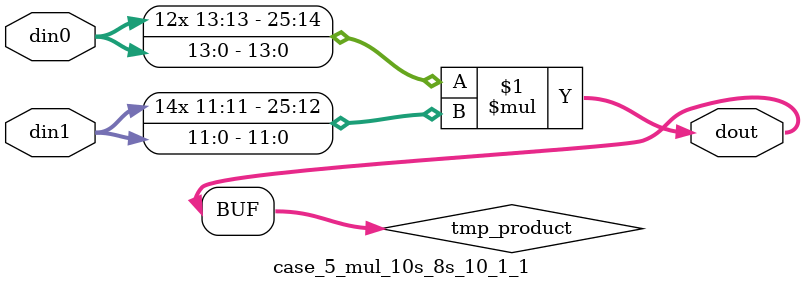
<source format=v>

`timescale 1 ns / 1 ps

 module case_5_mul_10s_8s_10_1_1(din0, din1, dout);
parameter ID = 1;
parameter NUM_STAGE = 0;
parameter din0_WIDTH = 14;
parameter din1_WIDTH = 12;
parameter dout_WIDTH = 26;

input [din0_WIDTH - 1 : 0] din0; 
input [din1_WIDTH - 1 : 0] din1; 
output [dout_WIDTH - 1 : 0] dout;

wire signed [dout_WIDTH - 1 : 0] tmp_product;



























assign tmp_product = $signed(din0) * $signed(din1);








assign dout = tmp_product;





















endmodule

</source>
